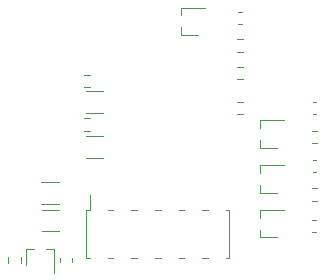
<source format=gbo>
G04 #@! TF.GenerationSoftware,KiCad,Pcbnew,(6.0.5)*
G04 #@! TF.CreationDate,2022-06-06T21:17:38+08:00*
G04 #@! TF.ProjectId,SX7H02060050-1,53583748-3032-4303-9630-3035302d312e,rev?*
G04 #@! TF.SameCoordinates,PX8af34a0PY598cce0*
G04 #@! TF.FileFunction,Legend,Bot*
G04 #@! TF.FilePolarity,Positive*
%FSLAX46Y46*%
G04 Gerber Fmt 4.6, Leading zero omitted, Abs format (unit mm)*
G04 Created by KiCad (PCBNEW (6.0.5)) date 2022-06-06 21:17:38*
%MOMM*%
%LPD*%
G01*
G04 APERTURE LIST*
%ADD10C,0.120000*%
G04 APERTURE END LIST*
D10*
G04 #@! TO.C,Q204*
X8980000Y28440000D02*
X7570000Y28440000D01*
X7570000Y29100000D02*
X7570000Y28440000D01*
X7570000Y30760000D02*
X9600000Y30760000D01*
X7570000Y30760000D02*
X7570000Y30100000D01*
G04 #@! TO.C,C209*
X12690580Y30410000D02*
X12409420Y30410000D01*
X12690580Y29390000D02*
X12409420Y29390000D01*
G04 #@! TO.C,R212*
X-2772936Y13635000D02*
X-4227064Y13635000D01*
X-2772936Y11815000D02*
X-4227064Y11815000D01*
G04 #@! TO.C,R210*
X-2797936Y15960000D02*
X-4252064Y15960000D01*
X-2797936Y14140000D02*
X-4252064Y14140000D01*
G04 #@! TO.C,R225*
X18612742Y14415000D02*
X19087258Y14415000D01*
X18612742Y15460000D02*
X19087258Y15460000D01*
G04 #@! TO.C,R216*
X18612742Y20335000D02*
X19087258Y20335000D01*
X18612742Y19290000D02*
X19087258Y19290000D01*
G04 #@! TO.C,J202*
X7360000Y9540000D02*
X7840000Y9540000D01*
X1360000Y13660000D02*
X1840000Y13660000D01*
X3360000Y13660000D02*
X3840000Y13660000D01*
X-460000Y13660000D02*
X-460000Y9540000D01*
X-160000Y14915000D02*
X-160000Y13660000D01*
X9360000Y13660000D02*
X9840000Y13660000D01*
X11360000Y13660000D02*
X11660000Y13660000D01*
X1360000Y9540000D02*
X1840000Y9540000D01*
X9360000Y9540000D02*
X9840000Y9540000D01*
X-460000Y13660000D02*
X-160000Y13660000D01*
X5360000Y13660000D02*
X5840000Y13660000D01*
X11660000Y13660000D02*
X11660000Y9540000D01*
X7360000Y13660000D02*
X7840000Y13660000D01*
X3360000Y9540000D02*
X3840000Y9540000D01*
X5360000Y9540000D02*
X5840000Y9540000D01*
X11360000Y9540000D02*
X11660000Y9540000D01*
X-460000Y9540000D02*
X-160000Y9540000D01*
G04 #@! TO.C,R214*
X-649258Y21397500D02*
X-174742Y21397500D01*
X-649258Y20352500D02*
X-174742Y20352500D01*
G04 #@! TO.C,Q205*
X14270000Y21210000D02*
X14270000Y20550000D01*
X15680000Y18890000D02*
X14270000Y18890000D01*
X14270000Y21210000D02*
X16300000Y21210000D01*
X14270000Y19550000D02*
X14270000Y18890000D01*
G04 #@! TO.C,R209*
X950064Y18060000D02*
X-504064Y18060000D01*
X950064Y19880000D02*
X-504064Y19880000D01*
G04 #@! TO.C,C208*
X18990580Y16865000D02*
X18709420Y16865000D01*
X18990580Y17885000D02*
X18709420Y17885000D01*
G04 #@! TO.C,Q201*
X14270000Y13635000D02*
X16300000Y13635000D01*
X15680000Y11315000D02*
X14270000Y11315000D01*
X14270000Y13635000D02*
X14270000Y12975000D01*
X14270000Y11975000D02*
X14270000Y11315000D01*
G04 #@! TO.C,C206*
X18965580Y11729000D02*
X18684420Y11729000D01*
X18965580Y12749000D02*
X18684420Y12749000D01*
G04 #@! TO.C,Q203*
X15680000Y15102500D02*
X14270000Y15102500D01*
X14270000Y17422500D02*
X14270000Y16762500D01*
X14270000Y17422500D02*
X16300000Y17422500D01*
X14270000Y15762500D02*
X14270000Y15102500D01*
G04 #@! TO.C,Q202*
X-3215000Y10355000D02*
X-3875000Y10355000D01*
X-5535000Y8945000D02*
X-5535000Y10355000D01*
X-4875000Y10355000D02*
X-5535000Y10355000D01*
X-3215000Y10355000D02*
X-3215000Y8325000D01*
G04 #@! TO.C,R215*
X12312742Y24710834D02*
X12787258Y24710834D01*
X12312742Y25755834D02*
X12787258Y25755834D01*
G04 #@! TO.C,C210*
X18990580Y22760000D02*
X18709420Y22760000D01*
X18990580Y21740000D02*
X18709420Y21740000D01*
G04 #@! TO.C,R213*
X-649258Y24035500D02*
X-174742Y24035500D01*
X-649258Y25080500D02*
X-174742Y25080500D01*
G04 #@! TO.C,R226*
X12312742Y27044167D02*
X12787258Y27044167D01*
X12312742Y28089167D02*
X12787258Y28089167D01*
G04 #@! TO.C,R218*
X-7047500Y9637258D02*
X-7047500Y9162742D01*
X-6002500Y9637258D02*
X-6002500Y9162742D01*
G04 #@! TO.C,R227*
X12312742Y22797500D02*
X12787258Y22797500D01*
X12312742Y21752500D02*
X12787258Y21752500D01*
G04 #@! TO.C,R208*
X950064Y21870000D02*
X-504064Y21870000D01*
X950064Y23690000D02*
X-504064Y23690000D01*
G04 #@! TO.C,C207*
X-2685000Y9540580D02*
X-2685000Y9259420D01*
X-1665000Y9540580D02*
X-1665000Y9259420D01*
G04 #@! TD*
M02*

</source>
